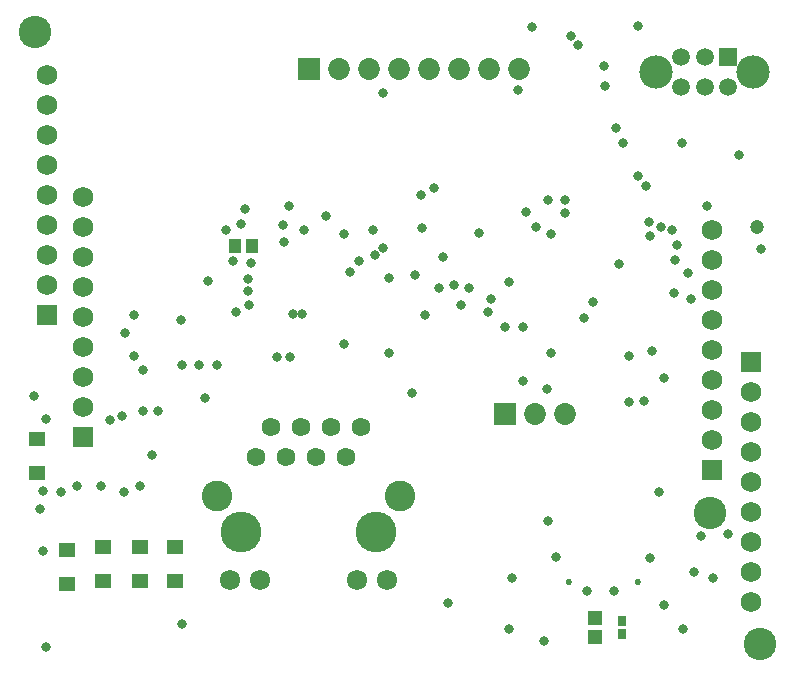
<source format=gbs>
G04*
G04 #@! TF.GenerationSoftware,Altium Limited,Altium Designer,24.4.1 (13)*
G04*
G04 Layer_Color=16711935*
%FSLAX44Y44*%
%MOMM*%
G71*
G04*
G04 #@! TF.SameCoordinates,A3252435-666A-4F3B-8FA1-24D8921DAC19*
G04*
G04*
G04 #@! TF.FilePolarity,Negative*
G04*
G01*
G75*
%ADD74R,0.8032X0.9532*%
%ADD111C,2.8282*%
%ADD112C,1.5032*%
%ADD113R,1.5032X1.5032*%
%ADD114R,1.7272X1.7272*%
%ADD115C,1.7272*%
%ADD116C,0.5282*%
%ADD117C,2.6032*%
%ADD118C,3.4532*%
%ADD119C,1.7232*%
%ADD120C,1.5932*%
%ADD121C,2.7432*%
%ADD122C,1.8532*%
%ADD123R,1.8532X1.8532*%
%ADD124C,0.8032*%
%ADD125C,1.2032*%
%ADD161R,1.4000X1.3000*%
%ADD164R,1.0532X1.2032*%
%ADD165R,1.2032X1.1532*%
D74*
X511810Y184570D02*
D03*
Y173570D02*
D03*
D111*
X540980Y649170D02*
D03*
X622980Y649170D02*
D03*
D112*
X561980Y636670D02*
D03*
X581980D02*
D03*
X601980D02*
D03*
X561980Y661670D02*
D03*
X581980D02*
D03*
D113*
X601980D02*
D03*
D114*
X588010Y312420D02*
D03*
X55880Y340360D02*
D03*
X24953Y443228D02*
D03*
X621030Y403860D02*
D03*
D115*
X588010Y337820D02*
D03*
Y363220D02*
D03*
Y388620D02*
D03*
Y414020D02*
D03*
Y439420D02*
D03*
Y464820D02*
D03*
Y490220D02*
D03*
Y515620D02*
D03*
X55880Y365760D02*
D03*
Y391160D02*
D03*
Y416560D02*
D03*
Y441960D02*
D03*
Y467360D02*
D03*
Y492760D02*
D03*
Y518160D02*
D03*
Y543560D02*
D03*
X24953Y468628D02*
D03*
Y494028D02*
D03*
Y519428D02*
D03*
Y544828D02*
D03*
Y570228D02*
D03*
Y595628D02*
D03*
Y621028D02*
D03*
Y646428D02*
D03*
X621030Y200660D02*
D03*
Y226060D02*
D03*
Y251460D02*
D03*
Y276860D02*
D03*
Y302260D02*
D03*
Y327660D02*
D03*
Y353060D02*
D03*
Y378460D02*
D03*
D116*
X467670Y217460D02*
D03*
X525470D02*
D03*
D117*
X324046Y290165D02*
D03*
X169146D02*
D03*
D118*
X303746Y259665D02*
D03*
X189446D02*
D03*
D119*
X312896Y219065D02*
D03*
X287496D02*
D03*
X205696D02*
D03*
X180296D02*
D03*
D120*
X291046Y348565D02*
D03*
X278346Y323165D02*
D03*
X265646Y348565D02*
D03*
X252946Y323165D02*
D03*
X240246Y348565D02*
D03*
X227546Y323165D02*
D03*
X214846Y348565D02*
D03*
X202146Y323165D02*
D03*
D121*
X15240Y683260D02*
D03*
X628650Y165100D02*
D03*
X586740Y275590D02*
D03*
D122*
X425010Y651510D02*
D03*
X399610D02*
D03*
X374210D02*
D03*
X348810D02*
D03*
X323410D02*
D03*
X298010D02*
D03*
X272610D02*
D03*
X463550Y359410D02*
D03*
X438150D02*
D03*
D123*
X247210Y651510D02*
D03*
X412750Y359410D02*
D03*
D124*
X474980Y671830D02*
D03*
X468630Y679450D02*
D03*
X562610Y589280D02*
D03*
X610870Y578880D02*
D03*
X497840Y637540D02*
D03*
X435610Y687070D02*
D03*
X496570Y654050D02*
D03*
X525780Y688340D02*
D03*
X584200Y535940D02*
D03*
X513080Y589280D02*
D03*
X506730Y601980D02*
D03*
X104140Y298450D02*
D03*
X90170Y293370D02*
D03*
X36830D02*
D03*
X114300Y325120D02*
D03*
X71120Y298450D02*
D03*
X21590Y243840D02*
D03*
X13970Y374650D02*
D03*
X21590Y294640D02*
D03*
X530860Y370840D02*
D03*
X544830Y518160D02*
D03*
X534670Y521970D02*
D03*
X567690Y478790D02*
D03*
X554630Y515260D02*
D03*
X570230Y457200D02*
D03*
X558391Y502618D02*
D03*
X532166Y552486D02*
D03*
X525780Y561340D02*
D03*
X509270Y486410D02*
D03*
X557340Y490220D02*
D03*
X556260Y462280D02*
D03*
X535940Y510540D02*
D03*
X547370Y389890D02*
D03*
X518160Y408940D02*
D03*
X463550Y541020D02*
D03*
Y529590D02*
D03*
X487680Y454660D02*
D03*
X537210Y412750D02*
D03*
X356870Y466090D02*
D03*
X231140Y407670D02*
D03*
X241300Y444500D02*
D03*
X233736Y444556D02*
D03*
X309880Y631110D02*
D03*
X480060Y440690D02*
D03*
X281940Y480060D02*
D03*
X427990Y433070D02*
D03*
X412750D02*
D03*
X195580Y463550D02*
D03*
Y473710D02*
D03*
X219710Y407670D02*
D03*
X448310Y381000D02*
D03*
X427990Y387350D02*
D03*
X601980Y257810D02*
D03*
X629920Y499110D02*
D03*
X416560Y177800D02*
D03*
X455930Y238760D02*
D03*
X535940Y237490D02*
D03*
X563880Y177800D02*
D03*
X360680Y492760D02*
D03*
X289560Y488950D02*
D03*
X196070Y451464D02*
D03*
X345440Y443230D02*
D03*
X382270Y466090D02*
D03*
X88900Y358140D02*
D03*
X19050Y279400D02*
D03*
X50800Y298450D02*
D03*
X24130Y162560D02*
D03*
X139700Y181610D02*
D03*
X579120Y256540D02*
D03*
X543560Y293370D02*
D03*
X572770Y226060D02*
D03*
X518160Y369570D02*
D03*
X449580Y269240D02*
D03*
X276860Y419100D02*
D03*
X334010Y377190D02*
D03*
X314960Y411480D02*
D03*
X452120Y511810D02*
D03*
X439420Y518160D02*
D03*
X430530Y530860D02*
D03*
X449580Y541020D02*
D03*
X341630Y544830D02*
D03*
X364490Y199390D02*
D03*
X78740Y354330D02*
D03*
X24130Y355600D02*
D03*
X158750Y373380D02*
D03*
X168910Y401320D02*
D03*
X153670D02*
D03*
X139700D02*
D03*
X161290Y472440D02*
D03*
X182880Y488950D02*
D03*
X189230Y520700D02*
D03*
X176530Y515620D02*
D03*
X193040Y533400D02*
D03*
X261620Y527050D02*
D03*
X242570Y515620D02*
D03*
X276860Y511810D02*
D03*
X353060Y551180D02*
D03*
X224790Y519430D02*
D03*
X226060Y505460D02*
D03*
X369570Y468630D02*
D03*
X424180Y633730D02*
D03*
X401320Y457200D02*
D03*
X547370Y198120D02*
D03*
X445770Y167640D02*
D03*
X419100Y220980D02*
D03*
X505460Y209550D02*
D03*
X482600D02*
D03*
X589280Y220980D02*
D03*
X391160Y513080D02*
D03*
X314960Y474980D02*
D03*
X336550Y477520D02*
D03*
X342900Y516890D02*
D03*
X99060Y443230D02*
D03*
X229870Y535940D02*
D03*
X99060Y408940D02*
D03*
X91440Y427990D02*
D03*
X106680Y396680D02*
D03*
Y361950D02*
D03*
X119380D02*
D03*
X185420Y445770D02*
D03*
X138430Y439420D02*
D03*
X416560Y471170D02*
D03*
X398780Y445770D02*
D03*
X375920Y452120D02*
D03*
X302731Y493950D02*
D03*
X452120Y411480D02*
D03*
X198120Y487680D02*
D03*
X309880Y500380D02*
D03*
X300990Y515620D02*
D03*
D125*
X626110Y518160D02*
D03*
D161*
X104140Y217910D02*
D03*
Y246910D02*
D03*
X41910Y215370D02*
D03*
Y244370D02*
D03*
X16510Y338350D02*
D03*
Y309350D02*
D03*
X72390Y217910D02*
D03*
Y246910D02*
D03*
X133350Y217910D02*
D03*
Y246910D02*
D03*
D164*
X199270Y501690D02*
D03*
X184270D02*
D03*
D165*
X488950Y171070D02*
D03*
Y187070D02*
D03*
M02*

</source>
